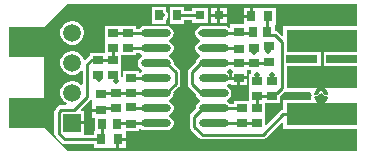
<source format=gtl>
G04*
G04 #@! TF.GenerationSoftware,Altium Limited,Altium Designer,22.9.1 (49)*
G04*
G04 Layer_Physical_Order=1*
G04 Layer_Color=255*
%FSLAX25Y25*%
%MOIN*%
G70*
G04*
G04 #@! TF.SameCoordinates,D6CDF33A-5527-4A7C-ACAA-F1F7B6BCBC96*
G04*
G04*
G04 #@! TF.FilePolarity,Positive*
G04*
G01*
G75*
%ADD12C,0.01000*%
%ADD13R,0.03347X0.02953*%
%ADD14O,0.09843X0.02756*%
%ADD15C,0.00394*%
%ADD16C,0.01181*%
%ADD17R,0.03543X0.03150*%
%ADD18R,0.03150X0.03543*%
%ADD19R,0.23622X0.07480*%
%ADD20R,0.02953X0.03347*%
%ADD21R,0.03150X0.03150*%
%ADD22R,0.02756X0.03543*%
%ADD23C,0.00500*%
%ADD35C,0.05906*%
%ADD36R,0.05906X0.05906*%
%ADD37C,0.01968*%
G36*
X155512Y71177D02*
X130890D01*
Y68150D01*
X130428Y67959D01*
X129053Y69334D01*
X128557Y69665D01*
X128091Y69758D01*
Y71728D01*
X128331D01*
Y77272D01*
X123181D01*
Y77272D01*
X122819D01*
Y77272D01*
X120744D01*
Y74500D01*
X120244D01*
Y74000D01*
X117669D01*
Y71831D01*
X113228D01*
Y70997D01*
X112728Y70762D01*
X112125Y71165D01*
X111197Y71350D01*
X104110D01*
X103182Y71165D01*
X102595Y70773D01*
X102376Y70682D01*
X101818Y70124D01*
X101516Y69395D01*
Y68605D01*
X101818Y67876D01*
X102221Y67473D01*
X102396Y67211D01*
X103182Y66685D01*
X103208Y66680D01*
Y66171D01*
X103182Y66165D01*
X102409Y65648D01*
X102376Y65635D01*
X101818Y65077D01*
X101516Y64347D01*
Y63558D01*
X101818Y62829D01*
X102316Y62331D01*
X102396Y62211D01*
X103182Y61686D01*
X103208Y61680D01*
Y61171D01*
X103182Y61165D01*
X102396Y60640D01*
X101870Y59853D01*
X101780Y59400D01*
X101651Y59314D01*
X99419Y57081D01*
X99087Y56585D01*
X98971Y56000D01*
Y52000D01*
X99087Y51415D01*
X99419Y50919D01*
X101726Y48611D01*
X101752Y48594D01*
X101870Y47998D01*
X102396Y47211D01*
X103182Y46685D01*
X103208Y46680D01*
Y46170D01*
X103182Y46165D01*
X102396Y45640D01*
X101870Y44853D01*
X101686Y43925D01*
X101729Y43707D01*
X100151Y42129D01*
X99819Y41633D01*
X99703Y41047D01*
Y37733D01*
X99819Y37148D01*
X100151Y36652D01*
X102884Y33919D01*
X103380Y33587D01*
X103966Y33471D01*
X124000D01*
X124585Y33587D01*
X125081Y33919D01*
X130428Y39265D01*
X130890Y39074D01*
Y37091D01*
X155512D01*
Y29528D01*
X59055D01*
X51181Y37402D01*
X39370D01*
Y47244D01*
X51181D01*
Y61024D01*
X39370D01*
Y70866D01*
X51181D01*
X59055Y78740D01*
X155512D01*
Y71177D01*
D02*
G37*
G36*
Y58874D02*
X145230D01*
Y61697D01*
X155512D01*
Y58874D01*
D02*
G37*
G36*
X142171D02*
X131856D01*
Y61697D01*
X142171D01*
Y58874D01*
D02*
G37*
G36*
X120291Y56063D02*
X120063Y55513D01*
Y55362D01*
X119480D01*
Y50410D01*
Y46363D01*
X114480D01*
Y45435D01*
X113048D01*
X112911Y45640D01*
X112125Y46165D01*
X112099Y46170D01*
Y46680D01*
X112125Y46685D01*
X112911Y47211D01*
X113437Y47998D01*
X113621Y48926D01*
X113437Y49853D01*
X112911Y50640D01*
X112125Y51165D01*
X112099Y51170D01*
Y51680D01*
X112125Y51686D01*
X112827Y52155D01*
X113138Y52059D01*
X113327Y51933D01*
Y51563D01*
X115500D01*
Y54039D01*
X116000D01*
Y54539D01*
X118673D01*
Y56563D01*
X120033D01*
X120291Y56063D01*
D02*
G37*
G36*
X144980Y49646D02*
X145480Y48665D01*
X145500Y48646D01*
X144894D01*
X143699Y49841D01*
X143281D01*
X142087Y48646D01*
X141480D01*
X141980Y49646D01*
X142480Y50646D01*
X144480D01*
X144980Y49646D01*
D02*
G37*
G36*
X144500Y47500D02*
X145525D01*
X144480Y45646D01*
X142500D01*
X141500Y47500D01*
X142500D01*
X143500Y48500D01*
X144500Y47500D01*
D02*
G37*
G36*
X140271Y49018D02*
X140222Y48646D01*
X140226D01*
X140322Y48158D01*
X140367Y48092D01*
X140297Y47988D01*
X140200Y47500D01*
X140222Y47390D01*
X140164Y46924D01*
X139913Y46571D01*
X130890D01*
Y43360D01*
X130831D01*
X130245Y43244D01*
X129749Y42912D01*
X125289Y38452D01*
X124827Y38643D01*
Y41410D01*
Y45488D01*
X129827D01*
Y47919D01*
X131301Y49394D01*
X139941D01*
X140271Y49018D01*
D02*
G37*
%LPC*%
G36*
X112024Y77378D02*
X109949D01*
Y75303D01*
X112024D01*
Y77378D01*
D02*
G37*
G36*
X108949D02*
X106874D01*
Y75303D01*
X108949D01*
Y77378D01*
D02*
G37*
G36*
X119744Y77272D02*
X117669D01*
Y75000D01*
X119744D01*
Y77272D01*
D02*
G37*
G36*
X112024Y74303D02*
X109949D01*
Y72228D01*
X112024D01*
Y74303D01*
D02*
G37*
G36*
X108949D02*
X106874D01*
Y72228D01*
X108949D01*
Y74303D01*
D02*
G37*
G36*
X97850Y77575D02*
X93094D01*
Y72031D01*
X97850D01*
Y73274D01*
X100575D01*
Y72228D01*
X105724D01*
Y77378D01*
X100575D01*
Y76332D01*
X97850D01*
Y77575D01*
D02*
G37*
G36*
X91945D02*
X87189D01*
Y72031D01*
X91945D01*
Y73391D01*
X92233Y73679D01*
X92535Y74409D01*
Y75198D01*
X92233Y75927D01*
X91945Y76216D01*
Y77575D01*
D02*
G37*
G36*
X61020Y72953D02*
X59980D01*
X58974Y72683D01*
X58073Y72163D01*
X57337Y71427D01*
X56817Y70526D01*
X56547Y69520D01*
Y68480D01*
X56817Y67474D01*
X57337Y66573D01*
X58073Y65837D01*
X58974Y65317D01*
X59980Y65047D01*
X61020D01*
X62026Y65317D01*
X62927Y65837D01*
X63663Y66573D01*
X64183Y67474D01*
X64453Y68480D01*
Y69520D01*
X64183Y70526D01*
X63663Y71427D01*
X62927Y72163D01*
X62026Y72683D01*
X61020Y72953D01*
D02*
G37*
G36*
X81827Y71363D02*
X71480D01*
Y66410D01*
Y62362D01*
X66480D01*
Y61426D01*
X66415Y61413D01*
X65919Y61081D01*
X64786Y59949D01*
X64303Y60079D01*
X64183Y60526D01*
X63663Y61427D01*
X62927Y62163D01*
X62026Y62683D01*
X61020Y62953D01*
X59980D01*
X58974Y62683D01*
X58073Y62163D01*
X57337Y61427D01*
X56817Y60526D01*
X56547Y59520D01*
Y58480D01*
X56817Y57474D01*
X57337Y56573D01*
X58073Y55837D01*
X58974Y55317D01*
X59980Y55047D01*
X61020D01*
X62026Y55317D01*
X62927Y55837D01*
X63471Y56381D01*
X63971Y56173D01*
Y51827D01*
X63471Y51619D01*
X62927Y52163D01*
X62026Y52683D01*
X61020Y52953D01*
X59980D01*
X58974Y52683D01*
X58073Y52163D01*
X57337Y51427D01*
X56817Y50526D01*
X56547Y49520D01*
Y48480D01*
X56817Y47474D01*
X57337Y46573D01*
X58073Y45837D01*
X58688Y45482D01*
X58554Y44982D01*
X56926D01*
X56341Y44866D01*
X55844Y44534D01*
X54966Y43655D01*
X54634Y43159D01*
X54518Y42574D01*
Y35426D01*
X54634Y34841D01*
X54966Y34345D01*
X56892Y32419D01*
X57388Y32087D01*
X57973Y31971D01*
X67669D01*
Y30728D01*
X72819D01*
Y30728D01*
X73181D01*
Y30728D01*
X75256D01*
Y33500D01*
X75756D01*
Y34000D01*
X78331D01*
Y36169D01*
X82772D01*
Y36878D01*
X83272Y37099D01*
X83891Y36685D01*
X84819Y36501D01*
X91905D01*
X92833Y36685D01*
X93620Y37211D01*
X93827Y37521D01*
X94182Y37876D01*
X94484Y38605D01*
Y39395D01*
X94182Y40124D01*
X93624Y40682D01*
X93447Y40756D01*
X92833Y41165D01*
X92808Y41170D01*
Y41680D01*
X92833Y41686D01*
X93620Y42211D01*
X93827Y42521D01*
X94182Y42876D01*
X94484Y43605D01*
Y44395D01*
X94182Y45124D01*
X93624Y45682D01*
X93447Y45756D01*
X92833Y46165D01*
X92808Y46170D01*
Y46680D01*
X92833Y46685D01*
X93620Y47211D01*
X94146Y47998D01*
X94330Y48926D01*
X94287Y49144D01*
X96081Y50938D01*
X96413Y51435D01*
X96529Y52020D01*
Y55831D01*
X96413Y56416D01*
X96081Y56912D01*
X94287Y58707D01*
X94330Y58925D01*
X94146Y59853D01*
X93620Y60640D01*
X92833Y61165D01*
X92808Y61171D01*
Y61680D01*
X92833Y61686D01*
X93620Y62211D01*
X93827Y62521D01*
X94182Y62876D01*
X94484Y63605D01*
Y64395D01*
X94182Y65124D01*
X93624Y65682D01*
X93447Y65756D01*
X92833Y66165D01*
X92808Y66171D01*
Y66680D01*
X92833Y66685D01*
X93620Y67211D01*
X94146Y67998D01*
X94330Y68925D01*
X94146Y69853D01*
X93620Y70640D01*
X92833Y71165D01*
X91905Y71350D01*
X84819D01*
X83891Y71165D01*
X83104Y70640D01*
X82968Y70435D01*
X81827D01*
Y71363D01*
D02*
G37*
G36*
X78331Y33000D02*
X76256D01*
Y30728D01*
X78331D01*
Y33000D01*
D02*
G37*
%LPD*%
G36*
X83104Y62211D02*
X83891Y61686D01*
X83917Y61680D01*
Y61171D01*
X83891Y61165D01*
X83104Y60640D01*
X82579Y59853D01*
X82394Y58925D01*
X82579Y57998D01*
X83104Y57211D01*
X83891Y56686D01*
X83917Y56680D01*
Y56171D01*
X83891Y56165D01*
X83173Y55686D01*
X82894Y55764D01*
X82673Y55894D01*
Y56437D01*
X77327D01*
Y54459D01*
X76875Y54245D01*
X76827Y54285D01*
Y57449D01*
Y61488D01*
X81827D01*
Y62416D01*
X82968D01*
X83104Y62211D01*
D02*
G37*
G36*
X67228Y46690D02*
Y46181D01*
X67228D01*
Y45819D01*
X67228D01*
Y43744D01*
X70000D01*
Y42744D01*
X67228D01*
Y40669D01*
X68063D01*
Y36272D01*
X67669D01*
Y35029D01*
X64945D01*
X64453Y35047D01*
Y38500D01*
X60500D01*
Y39500D01*
X64453D01*
Y42953D01*
X63566D01*
X63375Y43415D01*
X66581Y46621D01*
X66728Y46841D01*
X67228Y46690D01*
D02*
G37*
%LPC*%
G36*
X118673Y53539D02*
X116500D01*
Y51563D01*
X118673D01*
Y53539D01*
D02*
G37*
%LPD*%
D12*
X70795Y44039D02*
X75000D01*
X70000Y43244D02*
X70795Y44039D01*
X61250Y43453D02*
X65500Y47703D01*
X56926Y43453D02*
X61250D01*
X56047Y42574D02*
X56926Y43453D01*
X57973Y33500D02*
X70244D01*
X56047Y35426D02*
X57973Y33500D01*
X70158Y33914D02*
X70539Y34295D01*
X56047Y35426D02*
Y42574D01*
X65500Y47703D02*
Y58500D01*
X113189Y53982D02*
X115943D01*
X107711D02*
X113189D01*
Y55829D01*
X113066Y55952D02*
X113189Y55829D01*
X107653Y53926D02*
X107711Y53982D01*
X115943D02*
X116000Y54039D01*
X127971Y68252D02*
X130327Y65897D01*
Y50582D02*
Y65897D01*
X128686Y48941D02*
X130327Y50582D01*
X128130Y48941D02*
X128686D01*
X127154Y47965D02*
X128130Y48941D01*
X126591Y68252D02*
X127971D01*
X125614Y69229D02*
Y73858D01*
Y69229D02*
X126591Y68252D01*
X122153Y47965D02*
X127154D01*
X124000Y35000D02*
X130831Y41831D01*
X143701D01*
X103966Y35000D02*
X124000D01*
X74173Y68906D02*
X88342D01*
X95473Y74803D02*
X103150D01*
X88362Y43925D02*
X88437Y44000D01*
X92500D01*
X103500Y63953D02*
X103527Y63925D01*
X95000Y52020D02*
Y55831D01*
X70170Y48926D02*
X88362D01*
X91905Y58925D02*
X95000Y55831D01*
X88437Y54000D02*
X92500D01*
X88362Y53926D02*
X88437Y54000D01*
X100500Y52000D02*
X102807Y49693D01*
X100500Y52000D02*
Y56000D01*
X102733Y58233D01*
X102943D02*
X103635Y58925D01*
X102733Y58233D02*
X102943D01*
X75535Y38925D02*
X88362D01*
X102807Y49693D02*
X102868D01*
X103635Y48926D02*
X107653D01*
X102868Y49693D02*
X103635Y48926D01*
X116000Y58925D02*
X121000D01*
X103635D02*
X116000D01*
X121000D02*
X125681D01*
X91905Y48926D02*
X95000Y52020D01*
X88362Y48926D02*
X91905D01*
X80330Y43925D02*
X88362D01*
X80018Y53943D02*
X88345D01*
X88362Y53926D01*
X103527Y63925D02*
X115819D01*
X65500Y58500D02*
X67000Y60000D01*
X70539Y34295D02*
Y38500D01*
X67000Y60000D02*
X69040D01*
X69153Y59886D01*
X80000Y53961D02*
X80018Y53943D01*
X101232Y37733D02*
X103966Y35000D01*
X101232Y41047D02*
X104110Y43925D01*
X107653D01*
X101232Y37733D02*
Y41047D01*
X143701Y54134D02*
Y66437D01*
X115819Y63925D02*
X116000Y63744D01*
X88362Y58925D02*
X91905D01*
X125681D02*
X126000Y59244D01*
X70000Y48756D02*
X70170Y48926D01*
X80000Y44256D02*
X80330Y43925D01*
X125614Y73858D02*
X125756Y74000D01*
X107653Y68925D02*
X120693D01*
X75461Y39000D02*
X75535Y38925D01*
X122153Y43886D02*
Y47965D01*
X74134Y59906D02*
X74154Y59926D01*
X69153Y59886D02*
X69173Y59906D01*
X74134D01*
X74154Y59926D02*
Y63965D01*
X79173Y63945D02*
X88342D01*
X88362Y63925D01*
X79154Y63965D02*
X79173Y63945D01*
X117134Y43906D02*
X117154Y43886D01*
X107653Y43925D02*
X107673Y43906D01*
X117134D01*
X107673Y38945D02*
X122134D01*
X107653Y38925D02*
X107673Y38945D01*
X122134D02*
X122153Y38965D01*
X74154Y68886D02*
X74173Y68906D01*
X88342D02*
X88362Y68925D01*
D13*
X74154Y63965D02*
D03*
Y68886D02*
D03*
X80000Y53961D02*
D03*
Y49039D02*
D03*
X75000Y48961D02*
D03*
Y44039D02*
D03*
X116000Y58961D02*
D03*
Y54039D02*
D03*
X121000Y63961D02*
D03*
Y59039D02*
D03*
X122153Y43886D02*
D03*
Y38965D02*
D03*
Y52886D02*
D03*
Y47965D02*
D03*
X117154Y38965D02*
D03*
Y43886D02*
D03*
X127154Y52886D02*
D03*
Y47965D02*
D03*
X74154Y55004D02*
D03*
Y59926D02*
D03*
X69153Y54965D02*
D03*
Y59886D02*
D03*
X79154Y68886D02*
D03*
Y63965D02*
D03*
D14*
X107653Y38925D02*
D03*
Y43925D02*
D03*
Y48926D02*
D03*
Y53926D02*
D03*
Y58925D02*
D03*
Y63925D02*
D03*
Y68925D02*
D03*
X88362Y38925D02*
D03*
Y43925D02*
D03*
Y48926D02*
D03*
Y53926D02*
D03*
Y58925D02*
D03*
Y63925D02*
D03*
Y68925D02*
D03*
D15*
X143480Y50277D02*
D03*
D16*
X143500Y47500D02*
D03*
D17*
X116000Y63744D02*
D03*
Y69256D02*
D03*
X80000Y44256D02*
D03*
Y38744D02*
D03*
X70000Y43244D02*
D03*
Y48756D02*
D03*
X126000Y64756D02*
D03*
Y59244D02*
D03*
D18*
X70244Y33500D02*
D03*
X75756D02*
D03*
X125756Y74500D02*
D03*
X120244D02*
D03*
D19*
X143701Y66437D02*
D03*
Y41831D02*
D03*
Y54134D02*
D03*
D20*
X120693Y69425D02*
D03*
X125614D02*
D03*
X75461Y38500D02*
D03*
X70539D02*
D03*
D21*
X109449Y74803D02*
D03*
X103150D02*
D03*
D22*
X95472Y74803D02*
D03*
X89567D02*
D03*
D23*
X141475Y47500D02*
G03*
X145525Y47500I2025J179D01*
G01*
X145500Y48646D02*
G03*
X141500Y48646I-2000J0D01*
G01*
X143500Y48500D02*
X144500Y47500D01*
X142500D02*
X143500Y48500D01*
X141500Y47500D02*
X142500D01*
X144500D02*
X145500D01*
X143699Y49841D02*
X144894Y48646D01*
X145500D01*
X141500D02*
X142087D01*
X143281Y49841D01*
X143480D02*
X143699D01*
X143281D02*
X143480D01*
D35*
X60500Y69000D02*
D03*
Y59000D02*
D03*
Y49000D02*
D03*
D36*
Y39000D02*
D03*
D37*
X122047Y55118D02*
D03*
X126969D02*
D03*
X113066Y55952D02*
D03*
X90551Y74803D02*
D03*
X98405Y44752D02*
D03*
X97669Y62087D02*
D03*
X125674Y63000D02*
D03*
X115150Y75283D02*
D03*
X133858Y48228D02*
D03*
X80122Y59295D02*
D03*
X92500Y44000D02*
D03*
X103500Y69000D02*
D03*
Y63953D02*
D03*
X92500Y54000D02*
D03*
X69500Y53500D02*
D03*
X92500Y39000D02*
D03*
X121000Y62500D02*
D03*
X92500Y64000D02*
D03*
X143701Y54134D02*
D03*
X75000Y53000D02*
D03*
M02*

</source>
